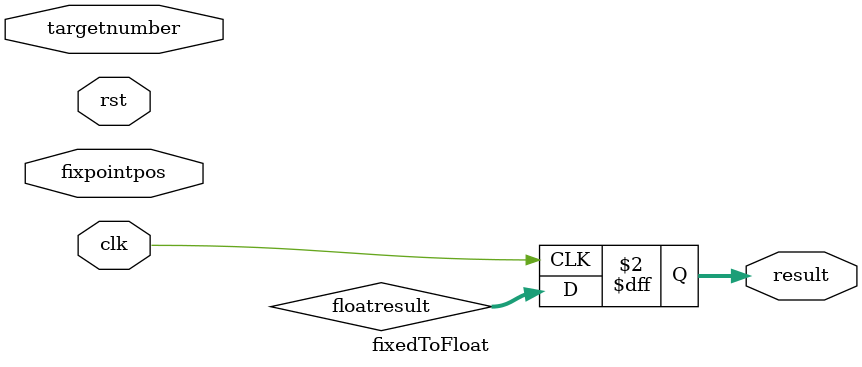
<source format=v>
`timescale 1ns / 1ps
module fixedToFloat(
  input wire clk, 
  input wire rst , 
  input wire[31:0] targetnumber, 
  input wire[4:0] fixpointpos , 
  output wire[31:0] result );

wire [31:0] floatresult ; 

// Your  Implementation 


// -------------------------------------------	
// Register the results 
// -------------------------------------------

always @ ( posedge clk ) begin 
    result <= floatresult ;
end 
endmodule

</source>
